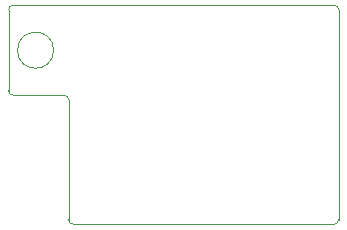
<source format=gm1>
G04 #@! TF.GenerationSoftware,KiCad,Pcbnew,(5.1.9)-1*
G04 #@! TF.CreationDate,2021-01-19T23:29:13-08:00*
G04 #@! TF.ProjectId,RPI_FS_HAT_REV1,5250495f-4653-45f4-9841-545f52455631,1*
G04 #@! TF.SameCoordinates,Original*
G04 #@! TF.FileFunction,Profile,NP*
%FSLAX46Y46*%
G04 Gerber Fmt 4.6, Leading zero omitted, Abs format (unit mm)*
G04 Created by KiCad (PCBNEW (5.1.9)-1) date 2021-01-19 23:29:13*
%MOMM*%
%LPD*%
G01*
G04 APERTURE LIST*
G04 #@! TA.AperFunction,Profile*
%ADD10C,0.050000*%
G04 #@! TD*
G04 APERTURE END LIST*
D10*
X135890000Y-116459000D02*
X135890000Y-109601000D01*
X140589000Y-116840000D02*
X136271000Y-116840000D01*
X140970000Y-127381000D02*
X140970000Y-117221000D01*
X163449000Y-127762000D02*
X141351000Y-127762000D01*
X163830000Y-109601000D02*
X163830000Y-127381000D01*
X136271000Y-109220000D02*
X163449000Y-109220000D01*
X163449000Y-109220000D02*
G75*
G02*
X163830000Y-109601000I0J-381000D01*
G01*
X163830000Y-127381000D02*
G75*
G02*
X163449000Y-127762000I-381000J0D01*
G01*
X141351000Y-127762000D02*
G75*
G02*
X140970000Y-127381000I0J381000D01*
G01*
X140589000Y-116840000D02*
G75*
G02*
X140970000Y-117221000I0J-381000D01*
G01*
X136271000Y-116840000D02*
G75*
G02*
X135890000Y-116459000I0J381000D01*
G01*
X135890000Y-109601000D02*
G75*
G02*
X136271000Y-109220000I381000J0D01*
G01*
X139705283Y-113030000D02*
G75*
G03*
X139705283Y-113030000I-1529283J0D01*
G01*
M02*

</source>
